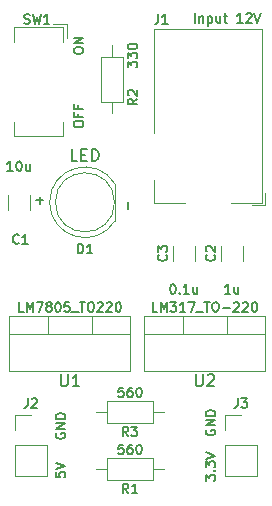
<source format=gbr>
%TF.GenerationSoftware,KiCad,Pcbnew,7.0.10*%
%TF.CreationDate,2024-02-03T20:27:23+03:00*%
%TF.ProjectId,PowerSupply,506f7765-7253-4757-9070-6c792e6b6963,1*%
%TF.SameCoordinates,Original*%
%TF.FileFunction,Legend,Top*%
%TF.FilePolarity,Positive*%
%FSLAX46Y46*%
G04 Gerber Fmt 4.6, Leading zero omitted, Abs format (unit mm)*
G04 Created by KiCad (PCBNEW 7.0.10) date 2024-02-03 20:27:23*
%MOMM*%
%LPD*%
G01*
G04 APERTURE LIST*
%ADD10C,0.160000*%
%ADD11C,0.150000*%
%ADD12C,0.120000*%
G04 APERTURE END LIST*
D10*
X166538739Y-104668775D02*
X166538739Y-103868775D01*
X166919691Y-104135441D02*
X166919691Y-104668775D01*
X166919691Y-104211632D02*
X166957786Y-104173537D01*
X166957786Y-104173537D02*
X167033976Y-104135441D01*
X167033976Y-104135441D02*
X167148262Y-104135441D01*
X167148262Y-104135441D02*
X167224453Y-104173537D01*
X167224453Y-104173537D02*
X167262548Y-104249727D01*
X167262548Y-104249727D02*
X167262548Y-104668775D01*
X167643501Y-104135441D02*
X167643501Y-104935441D01*
X167643501Y-104173537D02*
X167719691Y-104135441D01*
X167719691Y-104135441D02*
X167872072Y-104135441D01*
X167872072Y-104135441D02*
X167948263Y-104173537D01*
X167948263Y-104173537D02*
X167986358Y-104211632D01*
X167986358Y-104211632D02*
X168024453Y-104287822D01*
X168024453Y-104287822D02*
X168024453Y-104516394D01*
X168024453Y-104516394D02*
X167986358Y-104592584D01*
X167986358Y-104592584D02*
X167948263Y-104630680D01*
X167948263Y-104630680D02*
X167872072Y-104668775D01*
X167872072Y-104668775D02*
X167719691Y-104668775D01*
X167719691Y-104668775D02*
X167643501Y-104630680D01*
X168710168Y-104135441D02*
X168710168Y-104668775D01*
X168367311Y-104135441D02*
X168367311Y-104554489D01*
X168367311Y-104554489D02*
X168405406Y-104630680D01*
X168405406Y-104630680D02*
X168481596Y-104668775D01*
X168481596Y-104668775D02*
X168595882Y-104668775D01*
X168595882Y-104668775D02*
X168672073Y-104630680D01*
X168672073Y-104630680D02*
X168710168Y-104592584D01*
X168976835Y-104135441D02*
X169281597Y-104135441D01*
X169091121Y-103868775D02*
X169091121Y-104554489D01*
X169091121Y-104554489D02*
X169129216Y-104630680D01*
X169129216Y-104630680D02*
X169205406Y-104668775D01*
X169205406Y-104668775D02*
X169281597Y-104668775D01*
X170576835Y-104668775D02*
X170119692Y-104668775D01*
X170348264Y-104668775D02*
X170348264Y-103868775D01*
X170348264Y-103868775D02*
X170272073Y-103983060D01*
X170272073Y-103983060D02*
X170195883Y-104059251D01*
X170195883Y-104059251D02*
X170119692Y-104097346D01*
X170881597Y-103944965D02*
X170919693Y-103906870D01*
X170919693Y-103906870D02*
X170995883Y-103868775D01*
X170995883Y-103868775D02*
X171186359Y-103868775D01*
X171186359Y-103868775D02*
X171262550Y-103906870D01*
X171262550Y-103906870D02*
X171300645Y-103944965D01*
X171300645Y-103944965D02*
X171338740Y-104021156D01*
X171338740Y-104021156D02*
X171338740Y-104097346D01*
X171338740Y-104097346D02*
X171300645Y-104211632D01*
X171300645Y-104211632D02*
X170843502Y-104668775D01*
X170843502Y-104668775D02*
X171338740Y-104668775D01*
X171567312Y-103868775D02*
X171833979Y-104668775D01*
X171833979Y-104668775D02*
X172100645Y-103868775D01*
X154755775Y-142747714D02*
X154755775Y-143128666D01*
X154755775Y-143128666D02*
X155136727Y-143166762D01*
X155136727Y-143166762D02*
X155098632Y-143128666D01*
X155098632Y-143128666D02*
X155060537Y-143052476D01*
X155060537Y-143052476D02*
X155060537Y-142862000D01*
X155060537Y-142862000D02*
X155098632Y-142785809D01*
X155098632Y-142785809D02*
X155136727Y-142747714D01*
X155136727Y-142747714D02*
X155212918Y-142709619D01*
X155212918Y-142709619D02*
X155403394Y-142709619D01*
X155403394Y-142709619D02*
X155479584Y-142747714D01*
X155479584Y-142747714D02*
X155517680Y-142785809D01*
X155517680Y-142785809D02*
X155555775Y-142862000D01*
X155555775Y-142862000D02*
X155555775Y-143052476D01*
X155555775Y-143052476D02*
X155517680Y-143128666D01*
X155517680Y-143128666D02*
X155479584Y-143166762D01*
X154755775Y-142481047D02*
X155555775Y-142214380D01*
X155555775Y-142214380D02*
X154755775Y-141947714D01*
X154793870Y-139433428D02*
X154755775Y-139509618D01*
X154755775Y-139509618D02*
X154755775Y-139623904D01*
X154755775Y-139623904D02*
X154793870Y-139738190D01*
X154793870Y-139738190D02*
X154870060Y-139814380D01*
X154870060Y-139814380D02*
X154946251Y-139852475D01*
X154946251Y-139852475D02*
X155098632Y-139890571D01*
X155098632Y-139890571D02*
X155212918Y-139890571D01*
X155212918Y-139890571D02*
X155365299Y-139852475D01*
X155365299Y-139852475D02*
X155441489Y-139814380D01*
X155441489Y-139814380D02*
X155517680Y-139738190D01*
X155517680Y-139738190D02*
X155555775Y-139623904D01*
X155555775Y-139623904D02*
X155555775Y-139547713D01*
X155555775Y-139547713D02*
X155517680Y-139433428D01*
X155517680Y-139433428D02*
X155479584Y-139395332D01*
X155479584Y-139395332D02*
X155212918Y-139395332D01*
X155212918Y-139395332D02*
X155212918Y-139547713D01*
X155555775Y-139052475D02*
X154755775Y-139052475D01*
X154755775Y-139052475D02*
X155555775Y-138595332D01*
X155555775Y-138595332D02*
X154755775Y-138595332D01*
X155555775Y-138214380D02*
X154755775Y-138214380D01*
X154755775Y-138214380D02*
X154755775Y-138023904D01*
X154755775Y-138023904D02*
X154793870Y-137909618D01*
X154793870Y-137909618D02*
X154870060Y-137833428D01*
X154870060Y-137833428D02*
X154946251Y-137795333D01*
X154946251Y-137795333D02*
X155098632Y-137757237D01*
X155098632Y-137757237D02*
X155212918Y-137757237D01*
X155212918Y-137757237D02*
X155365299Y-137795333D01*
X155365299Y-137795333D02*
X155441489Y-137833428D01*
X155441489Y-137833428D02*
X155517680Y-137909618D01*
X155517680Y-137909618D02*
X155555775Y-138023904D01*
X155555775Y-138023904D02*
X155555775Y-138214380D01*
X167455775Y-143471523D02*
X167455775Y-142976285D01*
X167455775Y-142976285D02*
X167760537Y-143242951D01*
X167760537Y-143242951D02*
X167760537Y-143128666D01*
X167760537Y-143128666D02*
X167798632Y-143052475D01*
X167798632Y-143052475D02*
X167836727Y-143014380D01*
X167836727Y-143014380D02*
X167912918Y-142976285D01*
X167912918Y-142976285D02*
X168103394Y-142976285D01*
X168103394Y-142976285D02*
X168179584Y-143014380D01*
X168179584Y-143014380D02*
X168217680Y-143052475D01*
X168217680Y-143052475D02*
X168255775Y-143128666D01*
X168255775Y-143128666D02*
X168255775Y-143357237D01*
X168255775Y-143357237D02*
X168217680Y-143433428D01*
X168217680Y-143433428D02*
X168179584Y-143471523D01*
X168179584Y-142633427D02*
X168217680Y-142595332D01*
X168217680Y-142595332D02*
X168255775Y-142633427D01*
X168255775Y-142633427D02*
X168217680Y-142671523D01*
X168217680Y-142671523D02*
X168179584Y-142633427D01*
X168179584Y-142633427D02*
X168255775Y-142633427D01*
X167455775Y-142328666D02*
X167455775Y-141833428D01*
X167455775Y-141833428D02*
X167760537Y-142100094D01*
X167760537Y-142100094D02*
X167760537Y-141985809D01*
X167760537Y-141985809D02*
X167798632Y-141909618D01*
X167798632Y-141909618D02*
X167836727Y-141871523D01*
X167836727Y-141871523D02*
X167912918Y-141833428D01*
X167912918Y-141833428D02*
X168103394Y-141833428D01*
X168103394Y-141833428D02*
X168179584Y-141871523D01*
X168179584Y-141871523D02*
X168217680Y-141909618D01*
X168217680Y-141909618D02*
X168255775Y-141985809D01*
X168255775Y-141985809D02*
X168255775Y-142214380D01*
X168255775Y-142214380D02*
X168217680Y-142290571D01*
X168217680Y-142290571D02*
X168179584Y-142328666D01*
X167455775Y-141604856D02*
X168255775Y-141338189D01*
X168255775Y-141338189D02*
X167455775Y-141071523D01*
X167493870Y-139166761D02*
X167455775Y-139242951D01*
X167455775Y-139242951D02*
X167455775Y-139357237D01*
X167455775Y-139357237D02*
X167493870Y-139471523D01*
X167493870Y-139471523D02*
X167570060Y-139547713D01*
X167570060Y-139547713D02*
X167646251Y-139585808D01*
X167646251Y-139585808D02*
X167798632Y-139623904D01*
X167798632Y-139623904D02*
X167912918Y-139623904D01*
X167912918Y-139623904D02*
X168065299Y-139585808D01*
X168065299Y-139585808D02*
X168141489Y-139547713D01*
X168141489Y-139547713D02*
X168217680Y-139471523D01*
X168217680Y-139471523D02*
X168255775Y-139357237D01*
X168255775Y-139357237D02*
X168255775Y-139281046D01*
X168255775Y-139281046D02*
X168217680Y-139166761D01*
X168217680Y-139166761D02*
X168179584Y-139128665D01*
X168179584Y-139128665D02*
X167912918Y-139128665D01*
X167912918Y-139128665D02*
X167912918Y-139281046D01*
X168255775Y-138785808D02*
X167455775Y-138785808D01*
X167455775Y-138785808D02*
X168255775Y-138328665D01*
X168255775Y-138328665D02*
X167455775Y-138328665D01*
X168255775Y-137947713D02*
X167455775Y-137947713D01*
X167455775Y-137947713D02*
X167455775Y-137757237D01*
X167455775Y-137757237D02*
X167493870Y-137642951D01*
X167493870Y-137642951D02*
X167570060Y-137566761D01*
X167570060Y-137566761D02*
X167646251Y-137528666D01*
X167646251Y-137528666D02*
X167798632Y-137490570D01*
X167798632Y-137490570D02*
X167912918Y-137490570D01*
X167912918Y-137490570D02*
X168065299Y-137528666D01*
X168065299Y-137528666D02*
X168141489Y-137566761D01*
X168141489Y-137566761D02*
X168217680Y-137642951D01*
X168217680Y-137642951D02*
X168255775Y-137757237D01*
X168255775Y-137757237D02*
X168255775Y-137947713D01*
D11*
X156280295Y-113327998D02*
X156280295Y-113175617D01*
X156280295Y-113175617D02*
X156318390Y-113099427D01*
X156318390Y-113099427D02*
X156394580Y-113023236D01*
X156394580Y-113023236D02*
X156546961Y-112985141D01*
X156546961Y-112985141D02*
X156813628Y-112985141D01*
X156813628Y-112985141D02*
X156966009Y-113023236D01*
X156966009Y-113023236D02*
X157042200Y-113099427D01*
X157042200Y-113099427D02*
X157080295Y-113175617D01*
X157080295Y-113175617D02*
X157080295Y-113327998D01*
X157080295Y-113327998D02*
X157042200Y-113404189D01*
X157042200Y-113404189D02*
X156966009Y-113480379D01*
X156966009Y-113480379D02*
X156813628Y-113518475D01*
X156813628Y-113518475D02*
X156546961Y-113518475D01*
X156546961Y-113518475D02*
X156394580Y-113480379D01*
X156394580Y-113480379D02*
X156318390Y-113404189D01*
X156318390Y-113404189D02*
X156280295Y-113327998D01*
X156661247Y-112375618D02*
X156661247Y-112642284D01*
X157080295Y-112642284D02*
X156280295Y-112642284D01*
X156280295Y-112642284D02*
X156280295Y-112261332D01*
X156661247Y-111689904D02*
X156661247Y-111956570D01*
X157080295Y-111956570D02*
X156280295Y-111956570D01*
X156280295Y-111956570D02*
X156280295Y-111575618D01*
X156280295Y-107118475D02*
X156280295Y-106966094D01*
X156280295Y-106966094D02*
X156318390Y-106889904D01*
X156318390Y-106889904D02*
X156394580Y-106813713D01*
X156394580Y-106813713D02*
X156546961Y-106775618D01*
X156546961Y-106775618D02*
X156813628Y-106775618D01*
X156813628Y-106775618D02*
X156966009Y-106813713D01*
X156966009Y-106813713D02*
X157042200Y-106889904D01*
X157042200Y-106889904D02*
X157080295Y-106966094D01*
X157080295Y-106966094D02*
X157080295Y-107118475D01*
X157080295Y-107118475D02*
X157042200Y-107194666D01*
X157042200Y-107194666D02*
X156966009Y-107270856D01*
X156966009Y-107270856D02*
X156813628Y-107308952D01*
X156813628Y-107308952D02*
X156546961Y-107308952D01*
X156546961Y-107308952D02*
X156394580Y-107270856D01*
X156394580Y-107270856D02*
X156318390Y-107194666D01*
X156318390Y-107194666D02*
X156280295Y-107118475D01*
X157080295Y-106432761D02*
X156280295Y-106432761D01*
X156280295Y-106432761D02*
X157080295Y-105975618D01*
X157080295Y-105975618D02*
X156280295Y-105975618D01*
X160879533Y-119837238D02*
X160879533Y-120446762D01*
X153720761Y-119731533D02*
X153111238Y-119731533D01*
X153415999Y-120036295D02*
X153415999Y-119426771D01*
X170167333Y-136468295D02*
X170167333Y-137039723D01*
X170167333Y-137039723D02*
X170129238Y-137154009D01*
X170129238Y-137154009D02*
X170053047Y-137230200D01*
X170053047Y-137230200D02*
X169938762Y-137268295D01*
X169938762Y-137268295D02*
X169862571Y-137268295D01*
X170472095Y-136468295D02*
X170967333Y-136468295D01*
X170967333Y-136468295D02*
X170700667Y-136773057D01*
X170700667Y-136773057D02*
X170814952Y-136773057D01*
X170814952Y-136773057D02*
X170891143Y-136811152D01*
X170891143Y-136811152D02*
X170929238Y-136849247D01*
X170929238Y-136849247D02*
X170967333Y-136925438D01*
X170967333Y-136925438D02*
X170967333Y-137115914D01*
X170967333Y-137115914D02*
X170929238Y-137192104D01*
X170929238Y-137192104D02*
X170891143Y-137230200D01*
X170891143Y-137230200D02*
X170814952Y-137268295D01*
X170814952Y-137268295D02*
X170586381Y-137268295D01*
X170586381Y-137268295D02*
X170510190Y-137230200D01*
X170510190Y-137230200D02*
X170472095Y-137192104D01*
X152387333Y-136468295D02*
X152387333Y-137039723D01*
X152387333Y-137039723D02*
X152349238Y-137154009D01*
X152349238Y-137154009D02*
X152273047Y-137230200D01*
X152273047Y-137230200D02*
X152158762Y-137268295D01*
X152158762Y-137268295D02*
X152082571Y-137268295D01*
X152730190Y-136544485D02*
X152768286Y-136506390D01*
X152768286Y-136506390D02*
X152844476Y-136468295D01*
X152844476Y-136468295D02*
X153034952Y-136468295D01*
X153034952Y-136468295D02*
X153111143Y-136506390D01*
X153111143Y-136506390D02*
X153149238Y-136544485D01*
X153149238Y-136544485D02*
X153187333Y-136620676D01*
X153187333Y-136620676D02*
X153187333Y-136696866D01*
X153187333Y-136696866D02*
X153149238Y-136811152D01*
X153149238Y-136811152D02*
X152692095Y-137268295D01*
X152692095Y-137268295D02*
X153187333Y-137268295D01*
X166624095Y-134455819D02*
X166624095Y-135265342D01*
X166624095Y-135265342D02*
X166671714Y-135360580D01*
X166671714Y-135360580D02*
X166719333Y-135408200D01*
X166719333Y-135408200D02*
X166814571Y-135455819D01*
X166814571Y-135455819D02*
X167005047Y-135455819D01*
X167005047Y-135455819D02*
X167100285Y-135408200D01*
X167100285Y-135408200D02*
X167147904Y-135360580D01*
X167147904Y-135360580D02*
X167195523Y-135265342D01*
X167195523Y-135265342D02*
X167195523Y-134455819D01*
X167624095Y-134551057D02*
X167671714Y-134503438D01*
X167671714Y-134503438D02*
X167766952Y-134455819D01*
X167766952Y-134455819D02*
X168005047Y-134455819D01*
X168005047Y-134455819D02*
X168100285Y-134503438D01*
X168100285Y-134503438D02*
X168147904Y-134551057D01*
X168147904Y-134551057D02*
X168195523Y-134646295D01*
X168195523Y-134646295D02*
X168195523Y-134741533D01*
X168195523Y-134741533D02*
X168147904Y-134884390D01*
X168147904Y-134884390D02*
X167576476Y-135455819D01*
X167576476Y-135455819D02*
X168195523Y-135455819D01*
X163366951Y-129140295D02*
X162985999Y-129140295D01*
X162985999Y-129140295D02*
X162985999Y-128340295D01*
X163633618Y-129140295D02*
X163633618Y-128340295D01*
X163633618Y-128340295D02*
X163900284Y-128911723D01*
X163900284Y-128911723D02*
X164166951Y-128340295D01*
X164166951Y-128340295D02*
X164166951Y-129140295D01*
X164471713Y-128340295D02*
X164966951Y-128340295D01*
X164966951Y-128340295D02*
X164700285Y-128645057D01*
X164700285Y-128645057D02*
X164814570Y-128645057D01*
X164814570Y-128645057D02*
X164890761Y-128683152D01*
X164890761Y-128683152D02*
X164928856Y-128721247D01*
X164928856Y-128721247D02*
X164966951Y-128797438D01*
X164966951Y-128797438D02*
X164966951Y-128987914D01*
X164966951Y-128987914D02*
X164928856Y-129064104D01*
X164928856Y-129064104D02*
X164890761Y-129102200D01*
X164890761Y-129102200D02*
X164814570Y-129140295D01*
X164814570Y-129140295D02*
X164585999Y-129140295D01*
X164585999Y-129140295D02*
X164509808Y-129102200D01*
X164509808Y-129102200D02*
X164471713Y-129064104D01*
X165728856Y-129140295D02*
X165271713Y-129140295D01*
X165500285Y-129140295D02*
X165500285Y-128340295D01*
X165500285Y-128340295D02*
X165424094Y-128454580D01*
X165424094Y-128454580D02*
X165347904Y-128530771D01*
X165347904Y-128530771D02*
X165271713Y-128568866D01*
X165995523Y-128340295D02*
X166528857Y-128340295D01*
X166528857Y-128340295D02*
X166185999Y-129140295D01*
X166643143Y-129216485D02*
X167252666Y-129216485D01*
X167328857Y-128340295D02*
X167786000Y-128340295D01*
X167557428Y-129140295D02*
X167557428Y-128340295D01*
X168205048Y-128340295D02*
X168357429Y-128340295D01*
X168357429Y-128340295D02*
X168433619Y-128378390D01*
X168433619Y-128378390D02*
X168509810Y-128454580D01*
X168509810Y-128454580D02*
X168547905Y-128606961D01*
X168547905Y-128606961D02*
X168547905Y-128873628D01*
X168547905Y-128873628D02*
X168509810Y-129026009D01*
X168509810Y-129026009D02*
X168433619Y-129102200D01*
X168433619Y-129102200D02*
X168357429Y-129140295D01*
X168357429Y-129140295D02*
X168205048Y-129140295D01*
X168205048Y-129140295D02*
X168128857Y-129102200D01*
X168128857Y-129102200D02*
X168052667Y-129026009D01*
X168052667Y-129026009D02*
X168014571Y-128873628D01*
X168014571Y-128873628D02*
X168014571Y-128606961D01*
X168014571Y-128606961D02*
X168052667Y-128454580D01*
X168052667Y-128454580D02*
X168128857Y-128378390D01*
X168128857Y-128378390D02*
X168205048Y-128340295D01*
X168890762Y-128835533D02*
X169500286Y-128835533D01*
X169843142Y-128416485D02*
X169881238Y-128378390D01*
X169881238Y-128378390D02*
X169957428Y-128340295D01*
X169957428Y-128340295D02*
X170147904Y-128340295D01*
X170147904Y-128340295D02*
X170224095Y-128378390D01*
X170224095Y-128378390D02*
X170262190Y-128416485D01*
X170262190Y-128416485D02*
X170300285Y-128492676D01*
X170300285Y-128492676D02*
X170300285Y-128568866D01*
X170300285Y-128568866D02*
X170262190Y-128683152D01*
X170262190Y-128683152D02*
X169805047Y-129140295D01*
X169805047Y-129140295D02*
X170300285Y-129140295D01*
X170605047Y-128416485D02*
X170643143Y-128378390D01*
X170643143Y-128378390D02*
X170719333Y-128340295D01*
X170719333Y-128340295D02*
X170909809Y-128340295D01*
X170909809Y-128340295D02*
X170986000Y-128378390D01*
X170986000Y-128378390D02*
X171024095Y-128416485D01*
X171024095Y-128416485D02*
X171062190Y-128492676D01*
X171062190Y-128492676D02*
X171062190Y-128568866D01*
X171062190Y-128568866D02*
X171024095Y-128683152D01*
X171024095Y-128683152D02*
X170566952Y-129140295D01*
X170566952Y-129140295D02*
X171062190Y-129140295D01*
X171557429Y-128340295D02*
X171633619Y-128340295D01*
X171633619Y-128340295D02*
X171709810Y-128378390D01*
X171709810Y-128378390D02*
X171747905Y-128416485D01*
X171747905Y-128416485D02*
X171786000Y-128492676D01*
X171786000Y-128492676D02*
X171824095Y-128645057D01*
X171824095Y-128645057D02*
X171824095Y-128835533D01*
X171824095Y-128835533D02*
X171786000Y-128987914D01*
X171786000Y-128987914D02*
X171747905Y-129064104D01*
X171747905Y-129064104D02*
X171709810Y-129102200D01*
X171709810Y-129102200D02*
X171633619Y-129140295D01*
X171633619Y-129140295D02*
X171557429Y-129140295D01*
X171557429Y-129140295D02*
X171481238Y-129102200D01*
X171481238Y-129102200D02*
X171443143Y-129064104D01*
X171443143Y-129064104D02*
X171405048Y-128987914D01*
X171405048Y-128987914D02*
X171366952Y-128835533D01*
X171366952Y-128835533D02*
X171366952Y-128645057D01*
X171366952Y-128645057D02*
X171405048Y-128492676D01*
X171405048Y-128492676D02*
X171443143Y-128416485D01*
X171443143Y-128416485D02*
X171481238Y-128378390D01*
X171481238Y-128378390D02*
X171557429Y-128340295D01*
X155194095Y-134455819D02*
X155194095Y-135265342D01*
X155194095Y-135265342D02*
X155241714Y-135360580D01*
X155241714Y-135360580D02*
X155289333Y-135408200D01*
X155289333Y-135408200D02*
X155384571Y-135455819D01*
X155384571Y-135455819D02*
X155575047Y-135455819D01*
X155575047Y-135455819D02*
X155670285Y-135408200D01*
X155670285Y-135408200D02*
X155717904Y-135360580D01*
X155717904Y-135360580D02*
X155765523Y-135265342D01*
X155765523Y-135265342D02*
X155765523Y-134455819D01*
X156765523Y-135455819D02*
X156194095Y-135455819D01*
X156479809Y-135455819D02*
X156479809Y-134455819D01*
X156479809Y-134455819D02*
X156384571Y-134598676D01*
X156384571Y-134598676D02*
X156289333Y-134693914D01*
X156289333Y-134693914D02*
X156194095Y-134741533D01*
X152051237Y-129140295D02*
X151670285Y-129140295D01*
X151670285Y-129140295D02*
X151670285Y-128340295D01*
X152317904Y-129140295D02*
X152317904Y-128340295D01*
X152317904Y-128340295D02*
X152584570Y-128911723D01*
X152584570Y-128911723D02*
X152851237Y-128340295D01*
X152851237Y-128340295D02*
X152851237Y-129140295D01*
X153155999Y-128340295D02*
X153689333Y-128340295D01*
X153689333Y-128340295D02*
X153346475Y-129140295D01*
X154108380Y-128683152D02*
X154032190Y-128645057D01*
X154032190Y-128645057D02*
X153994095Y-128606961D01*
X153994095Y-128606961D02*
X153955999Y-128530771D01*
X153955999Y-128530771D02*
X153955999Y-128492676D01*
X153955999Y-128492676D02*
X153994095Y-128416485D01*
X153994095Y-128416485D02*
X154032190Y-128378390D01*
X154032190Y-128378390D02*
X154108380Y-128340295D01*
X154108380Y-128340295D02*
X154260761Y-128340295D01*
X154260761Y-128340295D02*
X154336952Y-128378390D01*
X154336952Y-128378390D02*
X154375047Y-128416485D01*
X154375047Y-128416485D02*
X154413142Y-128492676D01*
X154413142Y-128492676D02*
X154413142Y-128530771D01*
X154413142Y-128530771D02*
X154375047Y-128606961D01*
X154375047Y-128606961D02*
X154336952Y-128645057D01*
X154336952Y-128645057D02*
X154260761Y-128683152D01*
X154260761Y-128683152D02*
X154108380Y-128683152D01*
X154108380Y-128683152D02*
X154032190Y-128721247D01*
X154032190Y-128721247D02*
X153994095Y-128759342D01*
X153994095Y-128759342D02*
X153955999Y-128835533D01*
X153955999Y-128835533D02*
X153955999Y-128987914D01*
X153955999Y-128987914D02*
X153994095Y-129064104D01*
X153994095Y-129064104D02*
X154032190Y-129102200D01*
X154032190Y-129102200D02*
X154108380Y-129140295D01*
X154108380Y-129140295D02*
X154260761Y-129140295D01*
X154260761Y-129140295D02*
X154336952Y-129102200D01*
X154336952Y-129102200D02*
X154375047Y-129064104D01*
X154375047Y-129064104D02*
X154413142Y-128987914D01*
X154413142Y-128987914D02*
X154413142Y-128835533D01*
X154413142Y-128835533D02*
X154375047Y-128759342D01*
X154375047Y-128759342D02*
X154336952Y-128721247D01*
X154336952Y-128721247D02*
X154260761Y-128683152D01*
X154908381Y-128340295D02*
X154984571Y-128340295D01*
X154984571Y-128340295D02*
X155060762Y-128378390D01*
X155060762Y-128378390D02*
X155098857Y-128416485D01*
X155098857Y-128416485D02*
X155136952Y-128492676D01*
X155136952Y-128492676D02*
X155175047Y-128645057D01*
X155175047Y-128645057D02*
X155175047Y-128835533D01*
X155175047Y-128835533D02*
X155136952Y-128987914D01*
X155136952Y-128987914D02*
X155098857Y-129064104D01*
X155098857Y-129064104D02*
X155060762Y-129102200D01*
X155060762Y-129102200D02*
X154984571Y-129140295D01*
X154984571Y-129140295D02*
X154908381Y-129140295D01*
X154908381Y-129140295D02*
X154832190Y-129102200D01*
X154832190Y-129102200D02*
X154794095Y-129064104D01*
X154794095Y-129064104D02*
X154756000Y-128987914D01*
X154756000Y-128987914D02*
X154717904Y-128835533D01*
X154717904Y-128835533D02*
X154717904Y-128645057D01*
X154717904Y-128645057D02*
X154756000Y-128492676D01*
X154756000Y-128492676D02*
X154794095Y-128416485D01*
X154794095Y-128416485D02*
X154832190Y-128378390D01*
X154832190Y-128378390D02*
X154908381Y-128340295D01*
X155898857Y-128340295D02*
X155517905Y-128340295D01*
X155517905Y-128340295D02*
X155479809Y-128721247D01*
X155479809Y-128721247D02*
X155517905Y-128683152D01*
X155517905Y-128683152D02*
X155594095Y-128645057D01*
X155594095Y-128645057D02*
X155784571Y-128645057D01*
X155784571Y-128645057D02*
X155860762Y-128683152D01*
X155860762Y-128683152D02*
X155898857Y-128721247D01*
X155898857Y-128721247D02*
X155936952Y-128797438D01*
X155936952Y-128797438D02*
X155936952Y-128987914D01*
X155936952Y-128987914D02*
X155898857Y-129064104D01*
X155898857Y-129064104D02*
X155860762Y-129102200D01*
X155860762Y-129102200D02*
X155784571Y-129140295D01*
X155784571Y-129140295D02*
X155594095Y-129140295D01*
X155594095Y-129140295D02*
X155517905Y-129102200D01*
X155517905Y-129102200D02*
X155479809Y-129064104D01*
X156089334Y-129216485D02*
X156698857Y-129216485D01*
X156775048Y-128340295D02*
X157232191Y-128340295D01*
X157003619Y-129140295D02*
X157003619Y-128340295D01*
X157651239Y-128340295D02*
X157803620Y-128340295D01*
X157803620Y-128340295D02*
X157879810Y-128378390D01*
X157879810Y-128378390D02*
X157956001Y-128454580D01*
X157956001Y-128454580D02*
X157994096Y-128606961D01*
X157994096Y-128606961D02*
X157994096Y-128873628D01*
X157994096Y-128873628D02*
X157956001Y-129026009D01*
X157956001Y-129026009D02*
X157879810Y-129102200D01*
X157879810Y-129102200D02*
X157803620Y-129140295D01*
X157803620Y-129140295D02*
X157651239Y-129140295D01*
X157651239Y-129140295D02*
X157575048Y-129102200D01*
X157575048Y-129102200D02*
X157498858Y-129026009D01*
X157498858Y-129026009D02*
X157460762Y-128873628D01*
X157460762Y-128873628D02*
X157460762Y-128606961D01*
X157460762Y-128606961D02*
X157498858Y-128454580D01*
X157498858Y-128454580D02*
X157575048Y-128378390D01*
X157575048Y-128378390D02*
X157651239Y-128340295D01*
X158298857Y-128416485D02*
X158336953Y-128378390D01*
X158336953Y-128378390D02*
X158413143Y-128340295D01*
X158413143Y-128340295D02*
X158603619Y-128340295D01*
X158603619Y-128340295D02*
X158679810Y-128378390D01*
X158679810Y-128378390D02*
X158717905Y-128416485D01*
X158717905Y-128416485D02*
X158756000Y-128492676D01*
X158756000Y-128492676D02*
X158756000Y-128568866D01*
X158756000Y-128568866D02*
X158717905Y-128683152D01*
X158717905Y-128683152D02*
X158260762Y-129140295D01*
X158260762Y-129140295D02*
X158756000Y-129140295D01*
X159060762Y-128416485D02*
X159098858Y-128378390D01*
X159098858Y-128378390D02*
X159175048Y-128340295D01*
X159175048Y-128340295D02*
X159365524Y-128340295D01*
X159365524Y-128340295D02*
X159441715Y-128378390D01*
X159441715Y-128378390D02*
X159479810Y-128416485D01*
X159479810Y-128416485D02*
X159517905Y-128492676D01*
X159517905Y-128492676D02*
X159517905Y-128568866D01*
X159517905Y-128568866D02*
X159479810Y-128683152D01*
X159479810Y-128683152D02*
X159022667Y-129140295D01*
X159022667Y-129140295D02*
X159517905Y-129140295D01*
X160013144Y-128340295D02*
X160089334Y-128340295D01*
X160089334Y-128340295D02*
X160165525Y-128378390D01*
X160165525Y-128378390D02*
X160203620Y-128416485D01*
X160203620Y-128416485D02*
X160241715Y-128492676D01*
X160241715Y-128492676D02*
X160279810Y-128645057D01*
X160279810Y-128645057D02*
X160279810Y-128835533D01*
X160279810Y-128835533D02*
X160241715Y-128987914D01*
X160241715Y-128987914D02*
X160203620Y-129064104D01*
X160203620Y-129064104D02*
X160165525Y-129102200D01*
X160165525Y-129102200D02*
X160089334Y-129140295D01*
X160089334Y-129140295D02*
X160013144Y-129140295D01*
X160013144Y-129140295D02*
X159936953Y-129102200D01*
X159936953Y-129102200D02*
X159898858Y-129064104D01*
X159898858Y-129064104D02*
X159860763Y-128987914D01*
X159860763Y-128987914D02*
X159822667Y-128835533D01*
X159822667Y-128835533D02*
X159822667Y-128645057D01*
X159822667Y-128645057D02*
X159860763Y-128492676D01*
X159860763Y-128492676D02*
X159898858Y-128416485D01*
X159898858Y-128416485D02*
X159936953Y-128378390D01*
X159936953Y-128378390D02*
X160013144Y-128340295D01*
X152095332Y-104718200D02*
X152209618Y-104756295D01*
X152209618Y-104756295D02*
X152400094Y-104756295D01*
X152400094Y-104756295D02*
X152476285Y-104718200D01*
X152476285Y-104718200D02*
X152514380Y-104680104D01*
X152514380Y-104680104D02*
X152552475Y-104603914D01*
X152552475Y-104603914D02*
X152552475Y-104527723D01*
X152552475Y-104527723D02*
X152514380Y-104451533D01*
X152514380Y-104451533D02*
X152476285Y-104413438D01*
X152476285Y-104413438D02*
X152400094Y-104375342D01*
X152400094Y-104375342D02*
X152247713Y-104337247D01*
X152247713Y-104337247D02*
X152171523Y-104299152D01*
X152171523Y-104299152D02*
X152133428Y-104261057D01*
X152133428Y-104261057D02*
X152095332Y-104184866D01*
X152095332Y-104184866D02*
X152095332Y-104108676D01*
X152095332Y-104108676D02*
X152133428Y-104032485D01*
X152133428Y-104032485D02*
X152171523Y-103994390D01*
X152171523Y-103994390D02*
X152247713Y-103956295D01*
X152247713Y-103956295D02*
X152438190Y-103956295D01*
X152438190Y-103956295D02*
X152552475Y-103994390D01*
X152819142Y-103956295D02*
X153009618Y-104756295D01*
X153009618Y-104756295D02*
X153161999Y-104184866D01*
X153161999Y-104184866D02*
X153314380Y-104756295D01*
X153314380Y-104756295D02*
X153504857Y-103956295D01*
X154228666Y-104756295D02*
X153771523Y-104756295D01*
X154000095Y-104756295D02*
X154000095Y-103956295D01*
X154000095Y-103956295D02*
X153923904Y-104070580D01*
X153923904Y-104070580D02*
X153847714Y-104146771D01*
X153847714Y-104146771D02*
X153771523Y-104184866D01*
X160902667Y-139681295D02*
X160636000Y-139300342D01*
X160445524Y-139681295D02*
X160445524Y-138881295D01*
X160445524Y-138881295D02*
X160750286Y-138881295D01*
X160750286Y-138881295D02*
X160826476Y-138919390D01*
X160826476Y-138919390D02*
X160864571Y-138957485D01*
X160864571Y-138957485D02*
X160902667Y-139033676D01*
X160902667Y-139033676D02*
X160902667Y-139147961D01*
X160902667Y-139147961D02*
X160864571Y-139224152D01*
X160864571Y-139224152D02*
X160826476Y-139262247D01*
X160826476Y-139262247D02*
X160750286Y-139300342D01*
X160750286Y-139300342D02*
X160445524Y-139300342D01*
X161169333Y-138881295D02*
X161664571Y-138881295D01*
X161664571Y-138881295D02*
X161397905Y-139186057D01*
X161397905Y-139186057D02*
X161512190Y-139186057D01*
X161512190Y-139186057D02*
X161588381Y-139224152D01*
X161588381Y-139224152D02*
X161626476Y-139262247D01*
X161626476Y-139262247D02*
X161664571Y-139338438D01*
X161664571Y-139338438D02*
X161664571Y-139528914D01*
X161664571Y-139528914D02*
X161626476Y-139605104D01*
X161626476Y-139605104D02*
X161588381Y-139643200D01*
X161588381Y-139643200D02*
X161512190Y-139681295D01*
X161512190Y-139681295D02*
X161283619Y-139681295D01*
X161283619Y-139681295D02*
X161207428Y-139643200D01*
X161207428Y-139643200D02*
X161169333Y-139605104D01*
X160464571Y-135579295D02*
X160083619Y-135579295D01*
X160083619Y-135579295D02*
X160045523Y-135960247D01*
X160045523Y-135960247D02*
X160083619Y-135922152D01*
X160083619Y-135922152D02*
X160159809Y-135884057D01*
X160159809Y-135884057D02*
X160350285Y-135884057D01*
X160350285Y-135884057D02*
X160426476Y-135922152D01*
X160426476Y-135922152D02*
X160464571Y-135960247D01*
X160464571Y-135960247D02*
X160502666Y-136036438D01*
X160502666Y-136036438D02*
X160502666Y-136226914D01*
X160502666Y-136226914D02*
X160464571Y-136303104D01*
X160464571Y-136303104D02*
X160426476Y-136341200D01*
X160426476Y-136341200D02*
X160350285Y-136379295D01*
X160350285Y-136379295D02*
X160159809Y-136379295D01*
X160159809Y-136379295D02*
X160083619Y-136341200D01*
X160083619Y-136341200D02*
X160045523Y-136303104D01*
X161188381Y-135579295D02*
X161036000Y-135579295D01*
X161036000Y-135579295D02*
X160959809Y-135617390D01*
X160959809Y-135617390D02*
X160921714Y-135655485D01*
X160921714Y-135655485D02*
X160845524Y-135769771D01*
X160845524Y-135769771D02*
X160807428Y-135922152D01*
X160807428Y-135922152D02*
X160807428Y-136226914D01*
X160807428Y-136226914D02*
X160845524Y-136303104D01*
X160845524Y-136303104D02*
X160883619Y-136341200D01*
X160883619Y-136341200D02*
X160959809Y-136379295D01*
X160959809Y-136379295D02*
X161112190Y-136379295D01*
X161112190Y-136379295D02*
X161188381Y-136341200D01*
X161188381Y-136341200D02*
X161226476Y-136303104D01*
X161226476Y-136303104D02*
X161264571Y-136226914D01*
X161264571Y-136226914D02*
X161264571Y-136036438D01*
X161264571Y-136036438D02*
X161226476Y-135960247D01*
X161226476Y-135960247D02*
X161188381Y-135922152D01*
X161188381Y-135922152D02*
X161112190Y-135884057D01*
X161112190Y-135884057D02*
X160959809Y-135884057D01*
X160959809Y-135884057D02*
X160883619Y-135922152D01*
X160883619Y-135922152D02*
X160845524Y-135960247D01*
X160845524Y-135960247D02*
X160807428Y-136036438D01*
X161759810Y-135579295D02*
X161836000Y-135579295D01*
X161836000Y-135579295D02*
X161912191Y-135617390D01*
X161912191Y-135617390D02*
X161950286Y-135655485D01*
X161950286Y-135655485D02*
X161988381Y-135731676D01*
X161988381Y-135731676D02*
X162026476Y-135884057D01*
X162026476Y-135884057D02*
X162026476Y-136074533D01*
X162026476Y-136074533D02*
X161988381Y-136226914D01*
X161988381Y-136226914D02*
X161950286Y-136303104D01*
X161950286Y-136303104D02*
X161912191Y-136341200D01*
X161912191Y-136341200D02*
X161836000Y-136379295D01*
X161836000Y-136379295D02*
X161759810Y-136379295D01*
X161759810Y-136379295D02*
X161683619Y-136341200D01*
X161683619Y-136341200D02*
X161645524Y-136303104D01*
X161645524Y-136303104D02*
X161607429Y-136226914D01*
X161607429Y-136226914D02*
X161569333Y-136074533D01*
X161569333Y-136074533D02*
X161569333Y-135884057D01*
X161569333Y-135884057D02*
X161607429Y-135731676D01*
X161607429Y-135731676D02*
X161645524Y-135655485D01*
X161645524Y-135655485D02*
X161683619Y-135617390D01*
X161683619Y-135617390D02*
X161759810Y-135579295D01*
X161652295Y-111131332D02*
X161271342Y-111397999D01*
X161652295Y-111588475D02*
X160852295Y-111588475D01*
X160852295Y-111588475D02*
X160852295Y-111283713D01*
X160852295Y-111283713D02*
X160890390Y-111207523D01*
X160890390Y-111207523D02*
X160928485Y-111169428D01*
X160928485Y-111169428D02*
X161004676Y-111131332D01*
X161004676Y-111131332D02*
X161118961Y-111131332D01*
X161118961Y-111131332D02*
X161195152Y-111169428D01*
X161195152Y-111169428D02*
X161233247Y-111207523D01*
X161233247Y-111207523D02*
X161271342Y-111283713D01*
X161271342Y-111283713D02*
X161271342Y-111588475D01*
X160928485Y-110826571D02*
X160890390Y-110788475D01*
X160890390Y-110788475D02*
X160852295Y-110712285D01*
X160852295Y-110712285D02*
X160852295Y-110521809D01*
X160852295Y-110521809D02*
X160890390Y-110445618D01*
X160890390Y-110445618D02*
X160928485Y-110407523D01*
X160928485Y-110407523D02*
X161004676Y-110369428D01*
X161004676Y-110369428D02*
X161080866Y-110369428D01*
X161080866Y-110369428D02*
X161195152Y-110407523D01*
X161195152Y-110407523D02*
X161652295Y-110864666D01*
X161652295Y-110864666D02*
X161652295Y-110369428D01*
X160852295Y-108470571D02*
X160852295Y-107975333D01*
X160852295Y-107975333D02*
X161157057Y-108241999D01*
X161157057Y-108241999D02*
X161157057Y-108127714D01*
X161157057Y-108127714D02*
X161195152Y-108051523D01*
X161195152Y-108051523D02*
X161233247Y-108013428D01*
X161233247Y-108013428D02*
X161309438Y-107975333D01*
X161309438Y-107975333D02*
X161499914Y-107975333D01*
X161499914Y-107975333D02*
X161576104Y-108013428D01*
X161576104Y-108013428D02*
X161614200Y-108051523D01*
X161614200Y-108051523D02*
X161652295Y-108127714D01*
X161652295Y-108127714D02*
X161652295Y-108356285D01*
X161652295Y-108356285D02*
X161614200Y-108432476D01*
X161614200Y-108432476D02*
X161576104Y-108470571D01*
X160852295Y-107708666D02*
X160852295Y-107213428D01*
X160852295Y-107213428D02*
X161157057Y-107480094D01*
X161157057Y-107480094D02*
X161157057Y-107365809D01*
X161157057Y-107365809D02*
X161195152Y-107289618D01*
X161195152Y-107289618D02*
X161233247Y-107251523D01*
X161233247Y-107251523D02*
X161309438Y-107213428D01*
X161309438Y-107213428D02*
X161499914Y-107213428D01*
X161499914Y-107213428D02*
X161576104Y-107251523D01*
X161576104Y-107251523D02*
X161614200Y-107289618D01*
X161614200Y-107289618D02*
X161652295Y-107365809D01*
X161652295Y-107365809D02*
X161652295Y-107594380D01*
X161652295Y-107594380D02*
X161614200Y-107670571D01*
X161614200Y-107670571D02*
X161576104Y-107708666D01*
X160852295Y-106718189D02*
X160852295Y-106641999D01*
X160852295Y-106641999D02*
X160890390Y-106565808D01*
X160890390Y-106565808D02*
X160928485Y-106527713D01*
X160928485Y-106527713D02*
X161004676Y-106489618D01*
X161004676Y-106489618D02*
X161157057Y-106451523D01*
X161157057Y-106451523D02*
X161347533Y-106451523D01*
X161347533Y-106451523D02*
X161499914Y-106489618D01*
X161499914Y-106489618D02*
X161576104Y-106527713D01*
X161576104Y-106527713D02*
X161614200Y-106565808D01*
X161614200Y-106565808D02*
X161652295Y-106641999D01*
X161652295Y-106641999D02*
X161652295Y-106718189D01*
X161652295Y-106718189D02*
X161614200Y-106794380D01*
X161614200Y-106794380D02*
X161576104Y-106832475D01*
X161576104Y-106832475D02*
X161499914Y-106870570D01*
X161499914Y-106870570D02*
X161347533Y-106908666D01*
X161347533Y-106908666D02*
X161157057Y-106908666D01*
X161157057Y-106908666D02*
X161004676Y-106870570D01*
X161004676Y-106870570D02*
X160928485Y-106832475D01*
X160928485Y-106832475D02*
X160890390Y-106794380D01*
X160890390Y-106794380D02*
X160852295Y-106718189D01*
X160902667Y-144507295D02*
X160636000Y-144126342D01*
X160445524Y-144507295D02*
X160445524Y-143707295D01*
X160445524Y-143707295D02*
X160750286Y-143707295D01*
X160750286Y-143707295D02*
X160826476Y-143745390D01*
X160826476Y-143745390D02*
X160864571Y-143783485D01*
X160864571Y-143783485D02*
X160902667Y-143859676D01*
X160902667Y-143859676D02*
X160902667Y-143973961D01*
X160902667Y-143973961D02*
X160864571Y-144050152D01*
X160864571Y-144050152D02*
X160826476Y-144088247D01*
X160826476Y-144088247D02*
X160750286Y-144126342D01*
X160750286Y-144126342D02*
X160445524Y-144126342D01*
X161664571Y-144507295D02*
X161207428Y-144507295D01*
X161436000Y-144507295D02*
X161436000Y-143707295D01*
X161436000Y-143707295D02*
X161359809Y-143821580D01*
X161359809Y-143821580D02*
X161283619Y-143897771D01*
X161283619Y-143897771D02*
X161207428Y-143935866D01*
X160464571Y-140405295D02*
X160083619Y-140405295D01*
X160083619Y-140405295D02*
X160045523Y-140786247D01*
X160045523Y-140786247D02*
X160083619Y-140748152D01*
X160083619Y-140748152D02*
X160159809Y-140710057D01*
X160159809Y-140710057D02*
X160350285Y-140710057D01*
X160350285Y-140710057D02*
X160426476Y-140748152D01*
X160426476Y-140748152D02*
X160464571Y-140786247D01*
X160464571Y-140786247D02*
X160502666Y-140862438D01*
X160502666Y-140862438D02*
X160502666Y-141052914D01*
X160502666Y-141052914D02*
X160464571Y-141129104D01*
X160464571Y-141129104D02*
X160426476Y-141167200D01*
X160426476Y-141167200D02*
X160350285Y-141205295D01*
X160350285Y-141205295D02*
X160159809Y-141205295D01*
X160159809Y-141205295D02*
X160083619Y-141167200D01*
X160083619Y-141167200D02*
X160045523Y-141129104D01*
X161188381Y-140405295D02*
X161036000Y-140405295D01*
X161036000Y-140405295D02*
X160959809Y-140443390D01*
X160959809Y-140443390D02*
X160921714Y-140481485D01*
X160921714Y-140481485D02*
X160845524Y-140595771D01*
X160845524Y-140595771D02*
X160807428Y-140748152D01*
X160807428Y-140748152D02*
X160807428Y-141052914D01*
X160807428Y-141052914D02*
X160845524Y-141129104D01*
X160845524Y-141129104D02*
X160883619Y-141167200D01*
X160883619Y-141167200D02*
X160959809Y-141205295D01*
X160959809Y-141205295D02*
X161112190Y-141205295D01*
X161112190Y-141205295D02*
X161188381Y-141167200D01*
X161188381Y-141167200D02*
X161226476Y-141129104D01*
X161226476Y-141129104D02*
X161264571Y-141052914D01*
X161264571Y-141052914D02*
X161264571Y-140862438D01*
X161264571Y-140862438D02*
X161226476Y-140786247D01*
X161226476Y-140786247D02*
X161188381Y-140748152D01*
X161188381Y-140748152D02*
X161112190Y-140710057D01*
X161112190Y-140710057D02*
X160959809Y-140710057D01*
X160959809Y-140710057D02*
X160883619Y-140748152D01*
X160883619Y-140748152D02*
X160845524Y-140786247D01*
X160845524Y-140786247D02*
X160807428Y-140862438D01*
X161759810Y-140405295D02*
X161836000Y-140405295D01*
X161836000Y-140405295D02*
X161912191Y-140443390D01*
X161912191Y-140443390D02*
X161950286Y-140481485D01*
X161950286Y-140481485D02*
X161988381Y-140557676D01*
X161988381Y-140557676D02*
X162026476Y-140710057D01*
X162026476Y-140710057D02*
X162026476Y-140900533D01*
X162026476Y-140900533D02*
X161988381Y-141052914D01*
X161988381Y-141052914D02*
X161950286Y-141129104D01*
X161950286Y-141129104D02*
X161912191Y-141167200D01*
X161912191Y-141167200D02*
X161836000Y-141205295D01*
X161836000Y-141205295D02*
X161759810Y-141205295D01*
X161759810Y-141205295D02*
X161683619Y-141167200D01*
X161683619Y-141167200D02*
X161645524Y-141129104D01*
X161645524Y-141129104D02*
X161607429Y-141052914D01*
X161607429Y-141052914D02*
X161569333Y-140900533D01*
X161569333Y-140900533D02*
X161569333Y-140710057D01*
X161569333Y-140710057D02*
X161607429Y-140557676D01*
X161607429Y-140557676D02*
X161645524Y-140481485D01*
X161645524Y-140481485D02*
X161683619Y-140443390D01*
X161683619Y-140443390D02*
X161759810Y-140405295D01*
X163436333Y-103956295D02*
X163436333Y-104527723D01*
X163436333Y-104527723D02*
X163398238Y-104642009D01*
X163398238Y-104642009D02*
X163322047Y-104718200D01*
X163322047Y-104718200D02*
X163207762Y-104756295D01*
X163207762Y-104756295D02*
X163131571Y-104756295D01*
X164236333Y-104756295D02*
X163779190Y-104756295D01*
X164007762Y-104756295D02*
X164007762Y-103956295D01*
X164007762Y-103956295D02*
X163931571Y-104070580D01*
X163931571Y-104070580D02*
X163855381Y-104146771D01*
X163855381Y-104146771D02*
X163779190Y-104184866D01*
X156640524Y-124210295D02*
X156640524Y-123410295D01*
X156640524Y-123410295D02*
X156831000Y-123410295D01*
X156831000Y-123410295D02*
X156945286Y-123448390D01*
X156945286Y-123448390D02*
X157021476Y-123524580D01*
X157021476Y-123524580D02*
X157059571Y-123600771D01*
X157059571Y-123600771D02*
X157097667Y-123753152D01*
X157097667Y-123753152D02*
X157097667Y-123867438D01*
X157097667Y-123867438D02*
X157059571Y-124019819D01*
X157059571Y-124019819D02*
X157021476Y-124096009D01*
X157021476Y-124096009D02*
X156945286Y-124172200D01*
X156945286Y-124172200D02*
X156831000Y-124210295D01*
X156831000Y-124210295D02*
X156640524Y-124210295D01*
X157859571Y-124210295D02*
X157402428Y-124210295D01*
X157631000Y-124210295D02*
X157631000Y-123410295D01*
X157631000Y-123410295D02*
X157554809Y-123524580D01*
X157554809Y-123524580D02*
X157478619Y-123600771D01*
X157478619Y-123600771D02*
X157402428Y-123638866D01*
X156588142Y-116382819D02*
X156111952Y-116382819D01*
X156111952Y-116382819D02*
X156111952Y-115382819D01*
X156921476Y-115859009D02*
X157254809Y-115859009D01*
X157397666Y-116382819D02*
X156921476Y-116382819D01*
X156921476Y-116382819D02*
X156921476Y-115382819D01*
X156921476Y-115382819D02*
X157397666Y-115382819D01*
X157826238Y-116382819D02*
X157826238Y-115382819D01*
X157826238Y-115382819D02*
X158064333Y-115382819D01*
X158064333Y-115382819D02*
X158207190Y-115430438D01*
X158207190Y-115430438D02*
X158302428Y-115525676D01*
X158302428Y-115525676D02*
X158350047Y-115620914D01*
X158350047Y-115620914D02*
X158397666Y-115811390D01*
X158397666Y-115811390D02*
X158397666Y-115954247D01*
X158397666Y-115954247D02*
X158350047Y-116144723D01*
X158350047Y-116144723D02*
X158302428Y-116239961D01*
X158302428Y-116239961D02*
X158207190Y-116335200D01*
X158207190Y-116335200D02*
X158064333Y-116382819D01*
X158064333Y-116382819D02*
X157826238Y-116382819D01*
X164116104Y-124339332D02*
X164154200Y-124377428D01*
X164154200Y-124377428D02*
X164192295Y-124491713D01*
X164192295Y-124491713D02*
X164192295Y-124567904D01*
X164192295Y-124567904D02*
X164154200Y-124682190D01*
X164154200Y-124682190D02*
X164078009Y-124758380D01*
X164078009Y-124758380D02*
X164001819Y-124796475D01*
X164001819Y-124796475D02*
X163849438Y-124834571D01*
X163849438Y-124834571D02*
X163735152Y-124834571D01*
X163735152Y-124834571D02*
X163582771Y-124796475D01*
X163582771Y-124796475D02*
X163506580Y-124758380D01*
X163506580Y-124758380D02*
X163430390Y-124682190D01*
X163430390Y-124682190D02*
X163392295Y-124567904D01*
X163392295Y-124567904D02*
X163392295Y-124491713D01*
X163392295Y-124491713D02*
X163430390Y-124377428D01*
X163430390Y-124377428D02*
X163468485Y-124339332D01*
X163392295Y-124072666D02*
X163392295Y-123577428D01*
X163392295Y-123577428D02*
X163697057Y-123844094D01*
X163697057Y-123844094D02*
X163697057Y-123729809D01*
X163697057Y-123729809D02*
X163735152Y-123653618D01*
X163735152Y-123653618D02*
X163773247Y-123615523D01*
X163773247Y-123615523D02*
X163849438Y-123577428D01*
X163849438Y-123577428D02*
X164039914Y-123577428D01*
X164039914Y-123577428D02*
X164116104Y-123615523D01*
X164116104Y-123615523D02*
X164154200Y-123653618D01*
X164154200Y-123653618D02*
X164192295Y-123729809D01*
X164192295Y-123729809D02*
X164192295Y-123958380D01*
X164192295Y-123958380D02*
X164154200Y-124034571D01*
X164154200Y-124034571D02*
X164116104Y-124072666D01*
X164636571Y-126816295D02*
X164712761Y-126816295D01*
X164712761Y-126816295D02*
X164788952Y-126854390D01*
X164788952Y-126854390D02*
X164827047Y-126892485D01*
X164827047Y-126892485D02*
X164865142Y-126968676D01*
X164865142Y-126968676D02*
X164903237Y-127121057D01*
X164903237Y-127121057D02*
X164903237Y-127311533D01*
X164903237Y-127311533D02*
X164865142Y-127463914D01*
X164865142Y-127463914D02*
X164827047Y-127540104D01*
X164827047Y-127540104D02*
X164788952Y-127578200D01*
X164788952Y-127578200D02*
X164712761Y-127616295D01*
X164712761Y-127616295D02*
X164636571Y-127616295D01*
X164636571Y-127616295D02*
X164560380Y-127578200D01*
X164560380Y-127578200D02*
X164522285Y-127540104D01*
X164522285Y-127540104D02*
X164484190Y-127463914D01*
X164484190Y-127463914D02*
X164446094Y-127311533D01*
X164446094Y-127311533D02*
X164446094Y-127121057D01*
X164446094Y-127121057D02*
X164484190Y-126968676D01*
X164484190Y-126968676D02*
X164522285Y-126892485D01*
X164522285Y-126892485D02*
X164560380Y-126854390D01*
X164560380Y-126854390D02*
X164636571Y-126816295D01*
X165246095Y-127540104D02*
X165284190Y-127578200D01*
X165284190Y-127578200D02*
X165246095Y-127616295D01*
X165246095Y-127616295D02*
X165207999Y-127578200D01*
X165207999Y-127578200D02*
X165246095Y-127540104D01*
X165246095Y-127540104D02*
X165246095Y-127616295D01*
X166046094Y-127616295D02*
X165588951Y-127616295D01*
X165817523Y-127616295D02*
X165817523Y-126816295D01*
X165817523Y-126816295D02*
X165741332Y-126930580D01*
X165741332Y-126930580D02*
X165665142Y-127006771D01*
X165665142Y-127006771D02*
X165588951Y-127044866D01*
X166731809Y-127082961D02*
X166731809Y-127616295D01*
X166388952Y-127082961D02*
X166388952Y-127502009D01*
X166388952Y-127502009D02*
X166427047Y-127578200D01*
X166427047Y-127578200D02*
X166503237Y-127616295D01*
X166503237Y-127616295D02*
X166617523Y-127616295D01*
X166617523Y-127616295D02*
X166693714Y-127578200D01*
X166693714Y-127578200D02*
X166731809Y-127540104D01*
X168180104Y-124339332D02*
X168218200Y-124377428D01*
X168218200Y-124377428D02*
X168256295Y-124491713D01*
X168256295Y-124491713D02*
X168256295Y-124567904D01*
X168256295Y-124567904D02*
X168218200Y-124682190D01*
X168218200Y-124682190D02*
X168142009Y-124758380D01*
X168142009Y-124758380D02*
X168065819Y-124796475D01*
X168065819Y-124796475D02*
X167913438Y-124834571D01*
X167913438Y-124834571D02*
X167799152Y-124834571D01*
X167799152Y-124834571D02*
X167646771Y-124796475D01*
X167646771Y-124796475D02*
X167570580Y-124758380D01*
X167570580Y-124758380D02*
X167494390Y-124682190D01*
X167494390Y-124682190D02*
X167456295Y-124567904D01*
X167456295Y-124567904D02*
X167456295Y-124491713D01*
X167456295Y-124491713D02*
X167494390Y-124377428D01*
X167494390Y-124377428D02*
X167532485Y-124339332D01*
X167532485Y-124034571D02*
X167494390Y-123996475D01*
X167494390Y-123996475D02*
X167456295Y-123920285D01*
X167456295Y-123920285D02*
X167456295Y-123729809D01*
X167456295Y-123729809D02*
X167494390Y-123653618D01*
X167494390Y-123653618D02*
X167532485Y-123615523D01*
X167532485Y-123615523D02*
X167608676Y-123577428D01*
X167608676Y-123577428D02*
X167684866Y-123577428D01*
X167684866Y-123577428D02*
X167799152Y-123615523D01*
X167799152Y-123615523D02*
X168256295Y-124072666D01*
X168256295Y-124072666D02*
X168256295Y-123577428D01*
X169538666Y-127616295D02*
X169081523Y-127616295D01*
X169310095Y-127616295D02*
X169310095Y-126816295D01*
X169310095Y-126816295D02*
X169233904Y-126930580D01*
X169233904Y-126930580D02*
X169157714Y-127006771D01*
X169157714Y-127006771D02*
X169081523Y-127044866D01*
X170224381Y-127082961D02*
X170224381Y-127616295D01*
X169881524Y-127082961D02*
X169881524Y-127502009D01*
X169881524Y-127502009D02*
X169919619Y-127578200D01*
X169919619Y-127578200D02*
X169995809Y-127616295D01*
X169995809Y-127616295D02*
X170110095Y-127616295D01*
X170110095Y-127616295D02*
X170186286Y-127578200D01*
X170186286Y-127578200D02*
X170224381Y-127540104D01*
X151631667Y-123329104D02*
X151593571Y-123367200D01*
X151593571Y-123367200D02*
X151479286Y-123405295D01*
X151479286Y-123405295D02*
X151403095Y-123405295D01*
X151403095Y-123405295D02*
X151288809Y-123367200D01*
X151288809Y-123367200D02*
X151212619Y-123291009D01*
X151212619Y-123291009D02*
X151174524Y-123214819D01*
X151174524Y-123214819D02*
X151136428Y-123062438D01*
X151136428Y-123062438D02*
X151136428Y-122948152D01*
X151136428Y-122948152D02*
X151174524Y-122795771D01*
X151174524Y-122795771D02*
X151212619Y-122719580D01*
X151212619Y-122719580D02*
X151288809Y-122643390D01*
X151288809Y-122643390D02*
X151403095Y-122605295D01*
X151403095Y-122605295D02*
X151479286Y-122605295D01*
X151479286Y-122605295D02*
X151593571Y-122643390D01*
X151593571Y-122643390D02*
X151631667Y-122681485D01*
X152393571Y-123405295D02*
X151936428Y-123405295D01*
X152165000Y-123405295D02*
X152165000Y-122605295D01*
X152165000Y-122605295D02*
X152088809Y-122719580D01*
X152088809Y-122719580D02*
X152012619Y-122795771D01*
X152012619Y-122795771D02*
X151936428Y-122833866D01*
X151123713Y-117202295D02*
X150666570Y-117202295D01*
X150895142Y-117202295D02*
X150895142Y-116402295D01*
X150895142Y-116402295D02*
X150818951Y-116516580D01*
X150818951Y-116516580D02*
X150742761Y-116592771D01*
X150742761Y-116592771D02*
X150666570Y-116630866D01*
X151618952Y-116402295D02*
X151695142Y-116402295D01*
X151695142Y-116402295D02*
X151771333Y-116440390D01*
X151771333Y-116440390D02*
X151809428Y-116478485D01*
X151809428Y-116478485D02*
X151847523Y-116554676D01*
X151847523Y-116554676D02*
X151885618Y-116707057D01*
X151885618Y-116707057D02*
X151885618Y-116897533D01*
X151885618Y-116897533D02*
X151847523Y-117049914D01*
X151847523Y-117049914D02*
X151809428Y-117126104D01*
X151809428Y-117126104D02*
X151771333Y-117164200D01*
X151771333Y-117164200D02*
X151695142Y-117202295D01*
X151695142Y-117202295D02*
X151618952Y-117202295D01*
X151618952Y-117202295D02*
X151542761Y-117164200D01*
X151542761Y-117164200D02*
X151504666Y-117126104D01*
X151504666Y-117126104D02*
X151466571Y-117049914D01*
X151466571Y-117049914D02*
X151428475Y-116897533D01*
X151428475Y-116897533D02*
X151428475Y-116707057D01*
X151428475Y-116707057D02*
X151466571Y-116554676D01*
X151466571Y-116554676D02*
X151504666Y-116478485D01*
X151504666Y-116478485D02*
X151542761Y-116440390D01*
X151542761Y-116440390D02*
X151618952Y-116402295D01*
X152571333Y-116668961D02*
X152571333Y-117202295D01*
X152228476Y-116668961D02*
X152228476Y-117088009D01*
X152228476Y-117088009D02*
X152266571Y-117164200D01*
X152266571Y-117164200D02*
X152342761Y-117202295D01*
X152342761Y-117202295D02*
X152457047Y-117202295D01*
X152457047Y-117202295D02*
X152533238Y-117164200D01*
X152533238Y-117164200D02*
X152571333Y-117126104D01*
D12*
%TO.C,J3*%
X169104000Y-139187000D02*
X169104000Y-137857000D01*
X169104000Y-143057000D02*
X171764000Y-143057000D01*
X169104000Y-140457000D02*
X169104000Y-143057000D01*
X169104000Y-140457000D02*
X171764000Y-140457000D01*
X169104000Y-137857000D02*
X170434000Y-137857000D01*
X171764000Y-140457000D02*
X171764000Y-143057000D01*
%TO.C,J2*%
X153984000Y-140457000D02*
X153984000Y-143057000D01*
X151324000Y-137857000D02*
X152654000Y-137857000D01*
X151324000Y-140457000D02*
X153984000Y-140457000D01*
X151324000Y-140457000D02*
X151324000Y-143057000D01*
X151324000Y-143057000D02*
X153984000Y-143057000D01*
X151324000Y-139187000D02*
X151324000Y-137857000D01*
%TO.C,U2*%
X162266000Y-131011000D02*
X172506000Y-131011000D01*
X172506000Y-129501000D02*
X172506000Y-134142000D01*
X162266000Y-134142000D02*
X172506000Y-134142000D01*
X162266000Y-129501000D02*
X162266000Y-134142000D01*
X169237000Y-129501000D02*
X169237000Y-131011000D01*
X165536000Y-129501000D02*
X165536000Y-131011000D01*
X162266000Y-129501000D02*
X172506000Y-129501000D01*
%TO.C,U1*%
X150836000Y-131011000D02*
X161076000Y-131011000D01*
X161076000Y-129501000D02*
X161076000Y-134142000D01*
X150836000Y-134142000D02*
X161076000Y-134142000D01*
X150836000Y-129501000D02*
X150836000Y-134142000D01*
X157807000Y-129501000D02*
X157807000Y-131011000D01*
X154106000Y-129501000D02*
X154106000Y-131011000D01*
X150836000Y-129501000D02*
X161076000Y-129501000D01*
%TO.C,SW1*%
X155390000Y-113088000D02*
X155390000Y-114288000D01*
X155690000Y-105988000D02*
X155690000Y-104788000D01*
X155390000Y-105088000D02*
X151190000Y-105088000D01*
X155690000Y-104788000D02*
X154490000Y-104788000D01*
X155390000Y-106288000D02*
X155390000Y-105088000D01*
X151190000Y-114288000D02*
X151190000Y-113088000D01*
X151190000Y-105088000D02*
X151190000Y-106288000D01*
X155390000Y-114288000D02*
X151190000Y-114288000D01*
%TO.C,R3*%
X162956000Y-138588000D02*
X162956000Y-136748000D01*
X162956000Y-136748000D02*
X159116000Y-136748000D01*
X159116000Y-138588000D02*
X162956000Y-138588000D01*
X163906000Y-137668000D02*
X162956000Y-137668000D01*
X159116000Y-136748000D02*
X159116000Y-138588000D01*
X158166000Y-137668000D02*
X159116000Y-137668000D01*
%TO.C,R2*%
X160432000Y-107554000D02*
X158592000Y-107554000D01*
X158592000Y-107554000D02*
X158592000Y-111394000D01*
X160432000Y-111394000D02*
X160432000Y-107554000D01*
X159512000Y-106604000D02*
X159512000Y-107554000D01*
X158592000Y-111394000D02*
X160432000Y-111394000D01*
X159512000Y-112344000D02*
X159512000Y-111394000D01*
%TO.C,R1*%
X162956000Y-143414000D02*
X162956000Y-141574000D01*
X162956000Y-141574000D02*
X159116000Y-141574000D01*
X159116000Y-143414000D02*
X162956000Y-143414000D01*
X163906000Y-142494000D02*
X162956000Y-142494000D01*
X159116000Y-141574000D02*
X159116000Y-143414000D01*
X158166000Y-142494000D02*
X159116000Y-142494000D01*
%TO.C,J1*%
X172440000Y-119080000D02*
X172440000Y-120130000D01*
X171390000Y-120130000D02*
X172440000Y-120130000D01*
X163040000Y-114030000D02*
X163040000Y-105230000D01*
X172240000Y-119930000D02*
X169640000Y-119930000D01*
X165740000Y-119930000D02*
X163040000Y-119930000D01*
X163040000Y-119930000D02*
X163040000Y-118030000D01*
X163040000Y-105230000D02*
X172240000Y-105230000D01*
X172240000Y-105230000D02*
X172240000Y-119930000D01*
%TO.C,D1*%
X159791000Y-121433000D02*
X159791000Y-118343000D01*
X159791000Y-118343170D02*
G75*
G03*
X154241000Y-119888462I-2560000J-1544830D01*
G01*
X154241001Y-119887538D02*
G75*
G03*
X159790999Y-121432830I2989999J-462D01*
G01*
X159731000Y-119888000D02*
G75*
G03*
X154731000Y-119888000I-2500000J0D01*
G01*
X154731000Y-119888000D02*
G75*
G03*
X159731000Y-119888000I2500000J0D01*
G01*
%TO.C,C3*%
X164688000Y-124835000D02*
X164688000Y-123577000D01*
X166528000Y-124835000D02*
X166528000Y-123577000D01*
%TO.C,C2*%
X170592000Y-124835000D02*
X170592000Y-123577000D01*
X168752000Y-124835000D02*
X168752000Y-123577000D01*
%TO.C,C1*%
X152558000Y-120517000D02*
X152558000Y-119259000D01*
X150718000Y-120517000D02*
X150718000Y-119259000D01*
%TD*%
M02*

</source>
